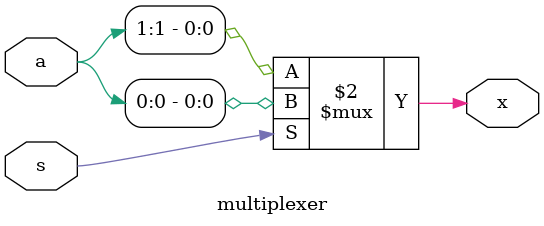
<source format=v>
/*
 * Multiplexer
 * 
 * Paul Enrique Alonso Ramírez A01634608
 * Diseño con lógica programable
 * Grupo 101
 * Tecnológico de Monterrey, Campus Guadalajara
 * Viernes 24 de febrero de 2023
 */

module multiplexer (
    input wire s,
    input wire [1:0] a,
    output reg x
);

    always @(a, s)
    begin
        x = s ? a[0] : a[1];
    end
endmodule

</source>
